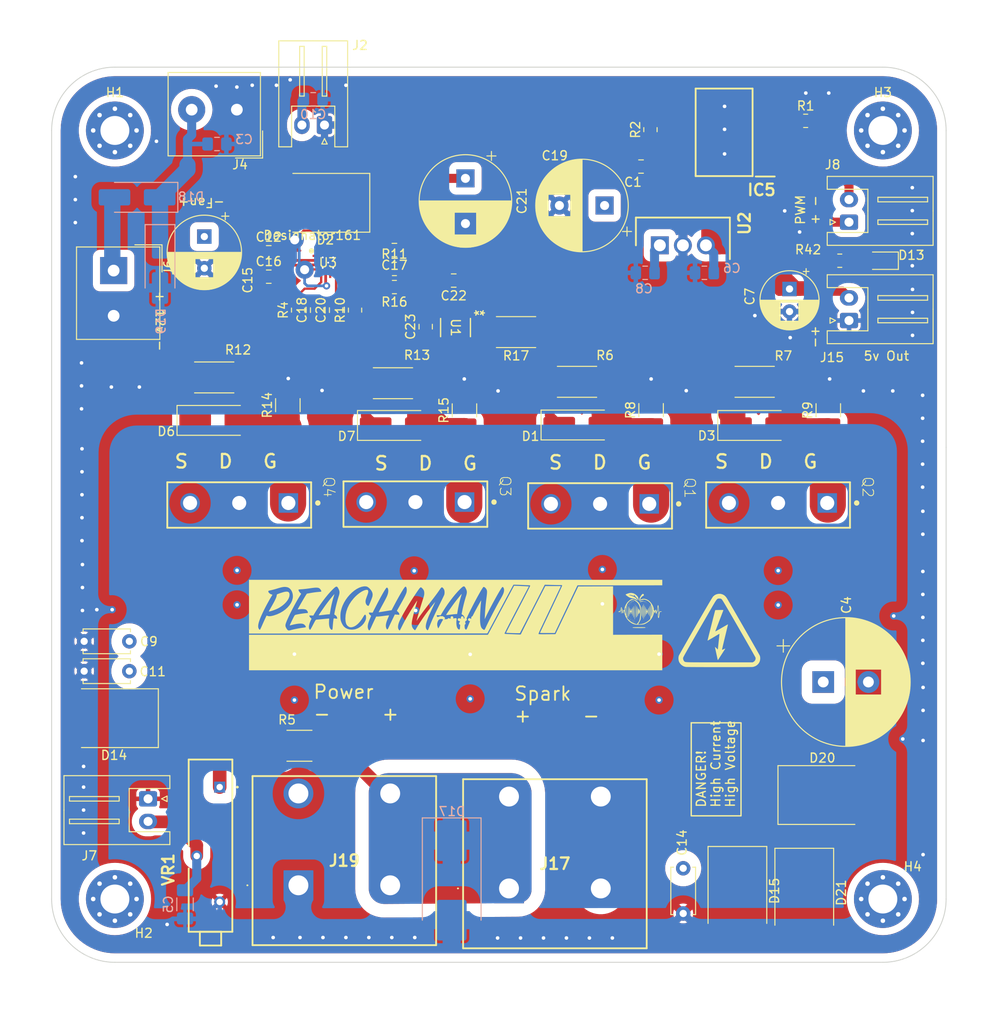
<source format=kicad_pcb>
(kicad_pcb
	(version 20240108)
	(generator "pcbnew")
	(generator_version "8.0")
	(general
		(thickness 4.69)
		(legacy_teardrops no)
	)
	(paper "A4")
	(layers
		(0 "F.Cu" signal)
		(1 "In1.Cu" signal)
		(2 "In2.Cu" signal)
		(31 "B.Cu" signal)
		(32 "B.Adhes" user "B.Adhesive")
		(33 "F.Adhes" user "F.Adhesive")
		(34 "B.Paste" user)
		(35 "F.Paste" user)
		(36 "B.SilkS" user "B.Silkscreen")
		(37 "F.SilkS" user "F.Silkscreen")
		(38 "B.Mask" user)
		(39 "F.Mask" user)
		(40 "Dwgs.User" user "User.Drawings")
		(41 "Cmts.User" user "User.Comments")
		(42 "Eco1.User" user "User.Eco1")
		(43 "Eco2.User" user "User.Eco2")
		(44 "Edge.Cuts" user)
		(45 "Margin" user)
		(46 "B.CrtYd" user "B.Courtyard")
		(47 "F.CrtYd" user "F.Courtyard")
		(48 "B.Fab" user)
		(49 "F.Fab" user)
		(50 "User.1" user "Nutzer.1")
		(51 "User.2" user "Nutzer.2")
		(52 "User.3" user "Nutzer.3")
		(53 "User.4" user "Nutzer.4")
		(54 "User.5" user "Nutzer.5")
		(55 "User.6" user "Nutzer.6")
		(56 "User.7" user "Nutzer.7")
		(57 "User.8" user "Nutzer.8")
		(58 "User.9" user "Nutzer.9")
	)
	(setup
		(stackup
			(layer "F.SilkS"
				(type "Top Silk Screen")
			)
			(layer "F.Paste"
				(type "Top Solder Paste")
			)
			(layer "F.Mask"
				(type "Top Solder Mask")
				(thickness 0.01)
			)
			(layer "F.Cu"
				(type "copper")
				(thickness 0.035)
			)
			(layer "dielectric 1"
				(type "core")
				(thickness 1.51)
				(material "FR4")
				(epsilon_r 4.5)
				(loss_tangent 0.02)
			)
			(layer "In1.Cu"
				(type "copper")
				(thickness 0.035)
			)
			(layer "dielectric 2"
				(type "prepreg")
				(thickness 1.51)
				(material "FR4")
				(epsilon_r 4.5)
				(loss_tangent 0.02)
			)
			(layer "In2.Cu"
				(type "copper")
				(thickness 0.035)
			)
			(layer "dielectric 3"
				(type "core")
				(thickness 1.51)
				(material "FR4")
				(epsilon_r 4.5)
				(loss_tangent 0.02)
			)
			(layer "B.Cu"
				(type "copper")
				(thickness 0.035)
			)
			(layer "B.Mask"
				(type "Bottom Solder Mask")
				(thickness 0.01)
			)
			(layer "B.Paste"
				(type "Bottom Solder Paste")
			)
			(layer "B.SilkS"
				(type "Bottom Silk Screen")
			)
			(copper_finish "None")
			(dielectric_constraints no)
		)
		(pad_to_mask_clearance 0)
		(allow_soldermask_bridges_in_footprints no)
		(pcbplotparams
			(layerselection 0x000d0fc_ffffffff)
			(plot_on_all_layers_selection 0x0001000_00000000)
			(disableapertmacros no)
			(usegerberextensions yes)
			(usegerberattributes no)
			(usegerberadvancedattributes no)
			(creategerberjobfile no)
			(dashed_line_dash_ratio 12.000000)
			(dashed_line_gap_ratio 3.000000)
			(svgprecision 6)
			(plotframeref no)
			(viasonmask no)
			(mode 1)
			(useauxorigin no)
			(hpglpennumber 1)
			(hpglpenspeed 20)
			(hpglpendiameter 15.000000)
			(pdf_front_fp_property_popups yes)
			(pdf_back_fp_property_popups yes)
			(dxfpolygonmode yes)
			(dxfimperialunits yes)
			(dxfusepcbnewfont yes)
			(psnegative no)
			(psa4output no)
			(plotreference yes)
			(plotvalue no)
			(plotfptext yes)
			(plotinvisibletext no)
			(sketchpadsonfab no)
			(subtractmaskfromsilk no)
			(outputformat 1)
			(mirror no)
			(drillshape 0)
			(scaleselection 1)
			(outputdirectory "/home/crypt/Desktop/gedm-evoII-kicad/G-EDM-EVOII-Kicad-projects/gerber-files-evoII-v0.2/pulseboard-evoII/")
		)
	)
	(net 0 "")
	(net 1 "5v")
	(net 2 "+48V")
	(net 3 "spark-minus-to-drain")
	(net 4 "5v-optoout")
	(net 5 "Net-(D1-A)")
	(net 6 "Net-(D3-A)")
	(net 7 "Net-(D6-A)")
	(net 8 "Net-(D7-A)")
	(net 9 "Net-(D13-A)")
	(net 10 "12vpower")
	(net 11 "unconnected-(IC5-NC_1-Pad1)")
	(net 12 "Net-(IC5-CATHODE)")
	(net 13 "unconnected-(IC5-NC_2-Pad4)")
	(net 14 "Net-(D18-K)")
	(net 15 "GND2")
	(net 16 "unconnected-(IC5-VB-Pad7)")
	(net 17 "pwm-in")
	(net 18 "Net-(D1-K)")
	(net 19 "Net-(VR1-CCW)")
	(net 20 "Net-(J7-Pin_2)")
	(net 21 "to-sb-esp-gnd1")
	(net 22 "Net-(U3-SS)")
	(net 23 "Net-(U3-COMP)")
	(net 24 "Net-(C20-Pad1)")
	(net 25 "18V")
	(net 26 "Net-(U3-RT)")
	(net 27 "Net-(U3-FB)")
	(net 28 "Net-(U1-OUTH)")
	(net 29 "unconnected-(U1-EN-Pad1)")
	(net 30 "unconnected-(U3-NC-Pad15)")
	(footprint "Library:INF-PG-TO247-3" (layer "F.Cu") (at 62.86 73.1 -90))
	(footprint "Resistor_SMD:R_2512_6332Metric_Pad1.40x3.35mm_HandSolder" (layer "F.Cu") (at 60.37755 59.953 180))
	(footprint "Capacitor_THT:C_Disc_D5.0mm_W2.5mm_P5.00mm" (layer "F.Cu") (at 92.5 113.6 -90))
	(footprint "TerminalBlock_Altech:Altech_AK100_1x02_P5.00mm" (layer "F.Cu") (at 43.1 29.7 180))
	(footprint "custom:SOP254P1016X460-8N" (layer "F.Cu") (at 97.028 32.2072 180))
	(footprint "Resistor_SMD:R_1210_3225Metric" (layer "F.Cu") (at 108.5596 62.9412 90))
	(footprint "Resistor_SMD:R_1812_4532Metric_Pad1.30x3.40mm_HandSolder" (layer "F.Cu") (at 50.0278 100.0506 180))
	(footprint "MountingHole:MountingHole_3.2mm_M3_Pad_Via" (layer "F.Cu") (at 29.6 117))
	(footprint "MountingHole:MountingHole_3.2mm_M3_Pad_Via" (layer "F.Cu") (at 29.6 32))
	(footprint "TerminalBlock_Altech:Altech_AK100_1x02_P5.00mm" (layer "F.Cu") (at 29.464 47.498 -90))
	(footprint "Library:logo" (layer "F.Cu") (at 67.3 86.7))
	(footprint "Resistor_SMD:R_2512_6332Metric_Pad1.40x3.35mm_HandSolder" (layer "F.Cu") (at 40.59435 59.3152 180))
	(footprint "Library:INF-PG-TO247-3" (layer "F.Cu") (at 83.3 73.3 -90))
	(footprint "Resistor_SMD:R_0805_2012Metric_Pad1.20x1.40mm_HandSolder" (layer "F.Cu") (at 88.8746 31.9118 90))
	(footprint "Resistor_SMD:R_0805_2012Metric_Pad1.20x1.40mm_HandSolder" (layer "F.Cu") (at 109.8296 46.4058 180))
	(footprint "Resistor_SMD:R_0805_2012Metric" (layer "F.Cu") (at 56.179999 51.87 90))
	(footprint "Capacitor_SMD:C_0805_2012Metric" (layer "F.Cu") (at 64 53.7 90))
	(footprint "Capacitor_SMD:C_0805_2012Metric" (layer "F.Cu") (at 46.629999 45.47))
	(footprint "custom:DEGSONDG135T101602P1300AH" (layer "F.Cu") (at 73.22 115.83))
	(footprint "Resistor_SMD:R_0805_2012Metric" (layer "F.Cu") (at 49.879999 51.87 90))
	(footprint "Capacitor_THT:CP_Radial_D8.0mm_P3.50mm"
		(layer "F.Cu")
		(uuid "530daa9e-6bf7-4101-b141-42c2dd371410")
		(at 39.5 43.7388 -90)
		(descr "CP, Radial series, Radial, pin pitch=3.50mm, , diameter=8mm, Electrolytic Capacitor")
		(tags "CP Radial series Radial pin pitch 3.50mm  diameter 8mm Electrolytic Capacitor")
		(property "Reference" "C15"
			(at 4.826 -4.8006 -90)
			(layer "F.SilkS")
			(uuid "3ba1c3b0-b0c4-499b-940e-d4ee88b24aad")
			(effects
				(font
					(size 1 1)
					(thickness 0.15)
				)
			)
		)
		(property "Value" "220uf35v RD1V227M0811M160"
			(at 1.75 5.25 -90)
			(layer "F.Fab")
			(uuid "553ede06-d0e9-4b51-a0e3-a25d8d6549b8")
			(effects
				(font
					(size 1 1)
					(thickness 0.15)
				)
			)
		)
		(property "Footprint" "Capacitor_THT:CP_Radial_D8.0mm_P3.50mm"
			(at 0 0 -90)
			(unlocked yes)
			(layer "F.Fab")
			(hide yes)
			(uuid "d63dd2f8-2cea-49c4-a7d2-558a8e3db382")
			(effects
				(font
					(size 1.27 1.27)
					(thickness 0.15)
				)
			)
		)
		(property "Datasheet" ""
			(at 0 0 -90)
			(unlocked yes)
			(layer "F.Fab")
			(hide yes)
			(uuid "d690f0a8-92af-4804-9dc8-da613fb7cc49")
			(effects
				(font
					(size 1.27 1.27)
					(thickness 0.15)
				)
			)
		)
		(property "Description" ""
			(at 0 0 -90)
			(unlocked yes)
			(layer "F.Fab")
			(hide yes)
			(uuid "69bebaf6-7504-45fa-a4a8-c5f949ac4996")
			(effects
				(font
					(size 1.27 1.27)
					(thickness 0.15)
				)
			)
		)
		(property ki_fp_filters "CP_*")
		(path "/8611b028-6e71-4348-82b7-6547726fbdfc")
		(sheetname "根目录")
		(sheetfile "evo-cube-pulseboard.kicad_sch")
		(attr through_hole)
		(fp_line
			(start 2.471 1.04)
			(end 2.471 4.017)
			(stroke
				(width 0.12)
				(type solid)
			)
			(layer "F.SilkS")
			(uuid "d807dac4-799b-43ec-9bb7-2a77bacdb44e")
		)
		(fp_line
			(start 2.511 1.04)
			(end 2.511 4.01)
			(stroke
				(width 0.12)
				(type solid)
			)
			(layer "F.SilkS")
			(uuid "fb0052a1-931b-40a7-ace8-e6564fc08628")
		)
		(fp_line
			(start 2.551 1.04)
			(end 2.551 4.002)
			(stroke
				(width 0.12)
				(type solid)
			)
			(layer "F.SilkS")
			(uuid "858a61b8-9c19-432e-8364-8da627e9e87d")
		)
		(fp_line
			(start 2.591 1.04)
			(end 2.591 3.994)
			(stroke
				(width 0.12)
				(type solid)
			)
			(layer "F.SilkS")
			(uuid "13352650-87f3-40b8-a476-4177d97d89a7")
		)
		(fp_line
			(start 2.631 1.04)
			(end 2.631 3.985)
			(stroke
				(width 0.12)
				(type solid)
			)
			(layer "F.SilkS")
			(uuid "51a455ae-d565-4b1a-b9f1-bfd7edb0c8bf")
		)
		(fp_line
			(start 2.671 1.04)
			(end 2.671 3.976)
			(stroke
				(width 0.12)
				(type solid)
			)
			(layer "F.SilkS")
			(uuid "f249f174-40c7-4930-a9c5-544ebdae74ba")
		)
		(fp_line
			(start 2.711 1.04)
			(end 2.711 3.967)
			(stroke
				(width 0.12)
				(type solid)
			)
			(layer "F.SilkS")
			(uuid "bc2e9fd7-46da-44c5-a517-cb72bbb2b153")
		)
		(fp_line
			(start 2.751 1.04)
			(end 2.751 3.957)
			(stroke
				(width 0.12)
				(type solid)
			)
			(layer "F.SilkS")
			(uuid "0c8335dd-6a98-4d19-a20c-71400d258512")
		)
		(fp_line
			(start 2.791 1.04)
			(end 2.791 3.947)
			(stroke
				(width 0.12)
				(type solid)
			)
			(layer "F.SilkS")
			(uuid "bbb65589-fd21-4550-abbf-c273aaeefb93")
		)
		(fp_line
			(start 2.831 1.04)
			(end 2.831 3.936)
			(stroke
				(width 0.12)
				(type solid)
			)
			(layer "F.SilkS")
			(uuid "f47943df-4b8c-4547-a84f-edaeb6438995")
		)
		(fp_line
			(start 2.871 1.04)
			(end 2.871 3.925)
			(stroke
				(width 0.12)
				(type solid)
			)
			(layer "F.SilkS")
			(uuid "7e21a323-afea-4bd9-b8b7-3ad9cf2a49bf")
		)
		(fp_line
			(start 2.911 1.04)
			(end 2.911 3.914)
			(stroke
				(width 0.12)
				(type solid)
			)
			(layer "F.SilkS")
			(uuid "da5a0fb6-089d-4de0-b9cb-6439cabcc2c9")
		)
		(fp_line
			(start 2.951 1.04)
			(end 2.951 3.902)
			(stroke
				(width 0.12)
				(type solid)
			)
			(layer "F.SilkS")
			(uuid "377c0465-4b8d-43f5-8341-b712e007d1d9")
		)
		(fp_line
			(start 2.991 1.04)
			(end 2.991 3.889)
			(stroke
				(width 0.12)
				(type solid)
			)
			(layer "F.SilkS")
			(uuid "9b07862f-6a96-4fd0-8575-315b2b019dff")
		)
		(fp_line
			(start 3.031 1.04)
			(end 3.031 3.877)
			(stroke
				(width 0.12)
				(type solid)
			)
			(layer "F.SilkS")
			(uuid "b799004f-0dea-4a7d-a42d-bf4a2fcacccb")
		)
		(fp_line
			(start 3.071 1.04)
			(end 3.071 3.863)
			(stroke
				(width 0.12)
				(type solid)
			)
			(layer "F.SilkS")
			(uuid "f4e51d8b-36e8-49fa-b109-ff84944d9b85")
		)
		(fp_line
			(start 3.111 1.04)
			(end 3.111 3.85)
			(stroke
				(width 0.12)
				(type solid)
			)
			(layer "F.SilkS")
			(uuid "34879421-f533-43d6-8d45-d5b6aa334698")
		)
		(fp_line
			(start 3.151 1.04)
			(end 3.151 3.835)
			(stroke
				(width 0.12)
				(type solid)
			)
			(layer "F.SilkS")
			(uuid "031f146d-1d0e-4e74-9657-73c63b4d1e27")
		)
		(fp_line
			(start 3.191 1.04)
			(end 3.191 3.821)
			(stroke
				(width 0.12)
				(type solid)
			)
			(layer "F.SilkS")
			(uuid "933b3606-ddb9-48e5-abb6-f6cf7e2299cd")
		)
		(fp_line
			(start 3.231 1.04)
			(end 3.231 3.805)
			(stroke
				(width 0.12)
				(type solid)
			)
			(layer "F.SilkS")
			(uuid "7fb393d1-e15e-475e-801d-bc27501e8305")
		)
		(fp_line
			(start 3.271 1.04)
			(end 3.271 3.79)
			(stroke
				(width 0.12)
				(type solid)
			)
			(layer "F.SilkS")
			(uuid "f98b3a53-c97a-4c45-95b6-1fef7bc00c06")
		)
		(fp_line
			(start 3.311 1.04)
			(end 3.311 3.774)
			(stroke
				(width 0.12)
				(type solid)
			)
			(layer "F.SilkS")
			(uuid "78fe34c3-45a0-4b38-a78d-ce1f3c4612b9")
		)
		(fp_line
			(start 3.351 1.04)
			(end 3.351 3.757)
			(stroke
				(width 0.12)
				(type solid)
			)
			(layer "F.SilkS")
			(uuid "46e42514-ef11-4aac-b0fd-6643e7d06c91")
		)
		(fp_line
			(start 3.391 1.04)
			(end 3.391 3.74)
			(stroke
				(width 0.12)
				(type solid)
			)
			(layer "F.SilkS")
			(uuid "0f935b1d-6406-4ff4-b275-027bb33f4351")
		)
		(fp_line
			(start 3.431 1.04)
			(end 3.431 3.722)
			(stroke
				(width 0.12)
				(type solid)
			)
			(layer "F.SilkS")
			(uuid "7f32d9ef-e9cd-4769-9468-a9add7ecccc6")
		)
		(fp_line
			(start 3.471 1.04)
			(end 3.471 3.704)
			(stroke
				(width 0.12)
				(type solid)
			)
			(layer "F.SilkS")
			(uuid "30b2b601-f1b7-4c0a-86b3-36064411f1a1")
		)
		(fp_line
			(start 3.511 1.04)
			(end 3.511 3.686)
			(stroke
				(width 0.12)
				(type solid)
			)
			(layer "F.SilkS")
			(uuid "93debff2-fa6b-40f4-9b10-b0f4cc7a807f")
		)
		(fp_line
			(start 3.551 1.04)
			(end 3.551 3.666)
			(stroke
				(width 0.12)
				(type solid)
			)
			(layer "F.SilkS")
			(uuid "eb4c240f-2673-450f-86c9-72c2ad90b8ee")
		)
		(fp_line
			(start 3.591 1.04)
			(end 3.591 3.647)
			(stroke
				(width 0.12)
				(type solid)
			)
			(layer "F.SilkS")
			(uuid "e8f17277-971e-445c-b81f-716898847c7d")
		)
		(fp_line
			(start 3.631 1.04)
			(end 3.631 3.627)
			(stroke
				(width 0.12)
				(type solid)
			)
			(layer "F.SilkS")
			(uuid "2d279ac2-6bed-471e-a245-2c95e8554641")
		)
		(fp_line
			(start 3.671 1.04)
			(end 3.671 3.606)
			(stroke
				(width 0.12)
				(type solid)
			)
			(layer "F.SilkS")
			(uuid "c14e0ba8-e2e4-46da-8e07-723ef40df050")
		)
		(fp_line
			(start 3.711 1.04)
			(end 3.711 3.584)
			(stroke
				(width 0.12)
				(type solid)
			)
			(layer "F.SilkS")
			(uuid "ff798de4-b98c-44cf-8627-c95a4f32e4f6")
		)
		(fp_line
			(start 3.751 1.04)
			(end 3.751 3.562)
			(stroke
				(width 0.12)
				(type solid)
			)
			(layer "F.SilkS")
			(uuid "0c4b608f-7548-423c-b62f-6551c7a253aa")
		)
		(fp_line
			(start 3.791 1.04)
			(end 3.791 3.54)
			(stroke
				(width 0.12)
				(type solid)
			)
			(layer "F.SilkS")
			(uuid "6a062c57-63c3-447c-ba3f-6123198328e9")
		)
		(fp_line
			(start 3.831 1.04)
			(end 3.831 3.517)
			(stroke
				(width 0.12)
				(type solid)
			)
			(layer "F.SilkS")
			(uuid "a74706a8-882e-43ea-832a-0f32b6aec93c")
		)
		(fp_line
			(start 3.871 1.04)
			(end 3.871 3.493)
			(stroke
				(width 0.12)
				(type solid)
			)
			(layer "F.SilkS")
			(uuid "494cbc66-4540-4045-9b65-c2fbfa266ce3")
		)
		(fp_line
			(start 3.911 1.04)
			(end 3.911 3.469)
			(stroke
				(width 0.12)
				(type solid)
			)
			(layer "F.SilkS")
			(uuid "338e1c30-5b24-456d-b902-6cb5b33c7205")
		)
		(fp_line
			(start 3.951 1.04)
			(end 3.951 3.444)
			(stroke
				(width 0.12)
				(type solid)
			)
			(layer "F.SilkS")
			(uuid "bc46db3a-7428-4102-a105-4cfe37e0e368")
		)
		(fp_line
			(start 3.991 1.04)
			(end 3.991 3.418)
			(stroke
				(width 0.12)
				(type solid)
			)
			(layer "F.SilkS")
			(uuid "6d622929-04a5-468d-9ada-7f35e793cf02")
		)
		(fp_line
			(start 4.031 1.04)
			(end 4.031 3.392)
			(stroke
				(width 0.12)
				(type solid)
			)
			(layer "F.SilkS")
			(uuid "5fa42fad-d67c-4e95-b741-fb06ce87af69")
		)
		(fp_line
			(start 4.071 1.04)
			(end 4.071 3.365)
			(stroke
				(width 0.12)
				(type solid)
			)
			(layer "F.SilkS")
			(uuid "7284d473-2d25-4096-a731-fddd92ec35d4")
		)
		(fp_line
			(start 4.111 1.04)
			(end 4.111 3.338)
			(stroke
				(width 0.12)
				(type solid)
			)
			(layer "F.SilkS")
			(uuid "cea80bfc-9de0-4d63-8735-d840cd0040df")
		)
		(fp_line
			(start 4.151 1.04)
			(end 4.151 3.309)
			(stroke
				(width 0.12)
				(type solid)
			)
			(layer "F.SilkS")
			(uuid "2943ff09-170e-4786-a750-49688ecf9c95")
		)
		(fp_line
			(start 4.191 1.04)
			(end 4.191 3.28)
			(stroke
				(width 0.12)
				(type solid)
			)
			(layer "F.SilkS")
			(uuid "8ba69682-dbc2-414d-9b88-d06c98ce4783")
		)
		(fp_line
			(start 4.231 1.04)
			(end 4.231 3.25)
			(stroke
				(width 0.12)
				(type solid)
			)
			(layer "F.SilkS")
			(uuid "c9690def-fda4-4a0a-8e87-b086b3100e4e")
		)
		(fp_line
			(start 4.271 1.04)
			(end 4.271 3.22)
			(stroke
				(width 0.12)
				(type solid)
			)
			(layer "F.SilkS")
			(uuid "e1d68b3c-41e8-4c01-9f2d-1aceabead7d8")
		)
		(fp_line
			(start 4.311 1.04)
			(end 4.311 3.189)
			(stroke
				(width 0.12)
				(type solid)
			)
			(layer "F.SilkS")
			(uuid "ae614a78-c1bb-418f-82a7-9bc66830776e")
		)
		(fp_line
			(start 4.351 1.04)
			(end 4.351 3.156)
			(stroke
				(width 0.12)
				(type solid)
			)
			(layer "F.SilkS")
			(uuid "e64d0280-c004-4c4e-b6fe-4377474548a3")
		)
		(fp_line
			(start 4.391 1.04)
			(end 4.391 3.124)
			(stroke
				(width 0.12)
				(type solid)
			)
			(layer "F.SilkS")
			(uuid "9072b05c-e30b-4a5d-bc7b-38212273dc68")
		)
		(fp_line
			(start 4.431 1.04)
			(end 4.431 3.09)
			(stroke
				(width 0.12)
				(type solid)
			)
			(layer "F.SilkS")
			(uuid "5a414a96-0540-4536-a0fe-df3d98028e7c")
		)
		(fp_line
			(start 4.471 1.04)
			(end 4.471 3.055)
			(stroke
				(width 0.12)
				(type solid)
			)
			(layer "F.SilkS")
			(uuid "32190914-ed78-4555-8c71-59d51bf212e3")
		)
		(fp_line
			(start 4.511 1.04)
			(end 4.511 3.019)
			(stroke
				(width 0.12)
				(type solid)
			)
			(layer "F.SilkS")
			(uuid "dab82405-5e64-42be-9564-efa7fa5e8861")
		)
		(fp_line
			(start 5.831 -0.533)
			(end 5.831 0.533)
			(stroke
				(width 0.12)
				(type solid)
			)
			(layer "F.SilkS")
			(uuid "1c8f3230-f263-4b96-85c1-86e51650769b")
		)
		(fp_line
			(start 5.791 -0.768)
			(end 5.791 0.768)
			(stroke
				(width 0.12)
				(type solid)
			)
			(layer "F.SilkS")
			(uuid "6b311c3f-6883-47d4-a7cc-f13318521ee9")
		)
		(fp_line
			(start 5.751 -0.948)
			(end 5.751 0.948)
			(stroke
				(width 0.12)
				(type solid)
			)
			(layer "F.SilkS")
			(uuid "5dc05efe-8f0c-4e4b-b42f-ffb798e9f84e")
		)
		(fp_line
			(start 5.711 -1.098)
			(end 5.711 1.098)
			(stroke
				(width 0.12)
				(type solid)
			)
			(layer "F.SilkS")
			(uuid "33e5abf8-0bbe-43cc-b4ae-60524cd0ba29")
		)
		(fp_line
			(start 5.671 -1.229)
			(end 5.671 1.229)
			(stroke
				(width 0.12)
				(type solid)
			)
			(layer "F.SilkS")
			(uuid "a02d4396-4f2e-440f-b8af-d9347368fef9")
		)
		(fp_line
			(start 5.631 -1.346)
			(end 5.631 1.346)
			(stroke
				(width 0.12)
				(type solid)
			)
			(layer "F.SilkS")
			(uuid "c210fd60-cfda-4498-88ef-65baaf324688")
		)
		(fp_line
			(start 5.591 -1.453)
			(end 5.591 1.453)
			(stroke
				(width 0.12)
				(type solid)
			)
			(layer "F.SilkS")
			(uuid "84cbeae6-cbe3-4927-b84c-6256fbe3e009")
		)
		(fp_line
			(start 5.551 -1.552)
			(end 5.551 1.552)
			(stroke
				(width 0.12)
				(type solid)
			)
			(layer "F.SilkS")
			(uuid "f632671d-2978-48e8-8af5-6c1799aafb02")
		)
		(fp_line
			(start 5.511 -1.645)
			(end 5.511 1.645)
			(stroke
				(width 0.12)
				(type solid)
			)
			(layer "F.SilkS")
			(uuid "effaff18-7d3e-45ed-b293-2b3533885a11")
		)
		(fp_line
			(start 5.471 -1.731)
			(end 5.471 1.731)
			(stroke
				(width 0.12)
				(type solid)
			)
			(layer "F.SilkS")
			(uuid "2d4aaeff-97fc-4a75-8d78-7d96ffa6674a")
		)
		(fp_line
			(start 5.431 -1.813)
			(end 5.431 1.813)
			(stroke
				(width 0.12)
				(type solid)
			)
			(layer "F.SilkS")
			(uuid "9d7c7d77-81f3-4660-bfa2-82745f595fc7")
		)
		(fp_line
			(start 5.391 -1.89)
			(end 5.391 1.89)
			(stroke
				(width 0.12)
				(type solid)
			)
			(layer "F.SilkS")
			(uuid "6d52f133-e0b1-4acd-b94d-f25fc32bcb78")
		)
		(fp_line
			(start 5.351 -1.964)
			(end 5.351 1.964)
			(stroke
				(width 0.12)
				(type solid)
			)
			(layer "F.SilkS")
			(uuid "8a78cfce-e9b4-4edb-802b-0608f9f6f740")
		)
		(fp_line
			(start 5.311 -2.034)
			(end 5.311 2.034)
			(stroke
				(width 0.12)
				(type solid)
			)
			(layer "F.SilkS")
			(uuid "b6a66922-0658-4707-b301-0251c469159b")
		)
		(fp_line
			(start 5.271 -2.102)
			(end 5.271 2.102)
			(stroke
				(width 0.12)
				(type solid)
			)
			(layer "F.SilkS")
			(uuid "3359780d-01a0-4626-806c-54d029b41299")
		)
		(fp_line
			(start 5.231 -2.166)
			(end 5.231 2.166)
			(stroke
				(width 0.12)
				(type solid)
			)
			(layer "F.SilkS")
			(uuid "d9a0530f-342b-4fb1-b72f-b57925aaef52")
		)
		(fp_line
			(start 5.191 -2.228)
			(end 5.191 2.228)
			(stroke
				(width 0.12)
				(type solid)
			)
			(layer "F.SilkS")
			(uuid "bae39af9-e9ae-417a-9a3a-61c7805b55de")
		)
		(fp_line
			(start 5.151 -2.287)
			(end 5.151 2.287)
			(stroke
				(width 0.12)
				(type solid)
			)
			(layer "F.SilkS")
			(uuid "c412f66f-5a46-4565-9666-1261ebc28d01")
		)
		(fp_line
			(start -2.659698 -2.315)
			(end -1.859698 -2.315)
			(stroke
				(width 0.12)
				(type solid)
			)
			(layer "F.SilkS")
			(uuid "34722a8b-7f65-4a75-80b0-50ba712424b5")
		)
		(fp_line
			(start 5.111 -2.345)
			(end 5.111 2.345)
			(stroke
				(width 0.12)
				(type solid)
			)
			(layer "F.SilkS")
			(uuid "52d9947f-e992-4942-8e0f-1349324f8e8e")
		)
		(fp_line
			(start 5.071 -2.4)
			(end 5.071 2.4)
			(stroke
				(width 0.12)
				(type solid)
			)
			(layer "F.SilkS")
			(uuid "e803dbb0-6d18-40ba-bb42-ec59594fd1e8")
		)
		(fp_line
			(start 5.031 -2.454)
			(end 5.031 2.454)
			(stroke
				(width 0.12)
				(type solid)
			)
			(layer "F.SilkS")
			(uuid "7c35fb11-84df-498b-af0d-9a242e5dfe5b")
		)
		(fp_line
			(start 4.991 -2.505)
			(end 4.991 2.505)
			(stroke
				(width 0.12)
				(type solid)
			)
			(layer "F.SilkS")
			(uuid "7e4159de-87aa-4f0f-890e-a341699af75c")
		)
		(fp_line
			(start 4.951 -2.556)
			(end 4.951 2.556)
			(stroke
				(width 0.12)
				(type solid)
			)
			(layer "F.SilkS")
			(uuid "85d9239c-eb0e-4c0c-aee8-8ea286aa2728")
		)
		(fp_line
			(start 4.911 -2.604)
			(end 4.911 2.604)
			(stroke
				(width 0.12)
				(type solid)
			)
			(layer "F.SilkS")
			(uuid "d1665b4f-6abc-498e-8d7b-1de06924adc0")
		)
		(fp_line
			(start 4.871 -2.651)
			(end 4.871 2.651)
			(stroke
				(width 0.12)
				(type solid)
			)
			(layer "F.SilkS")
			(uuid "cf4835c1-2328-4bfe-afa4-97a87beb314a")
		)
		(fp_line
			(start 4.831 -2.697)
			(end 4.831 2.697)
			(stroke
				(width 0.12)
... [1243432 chars truncated]
</source>
